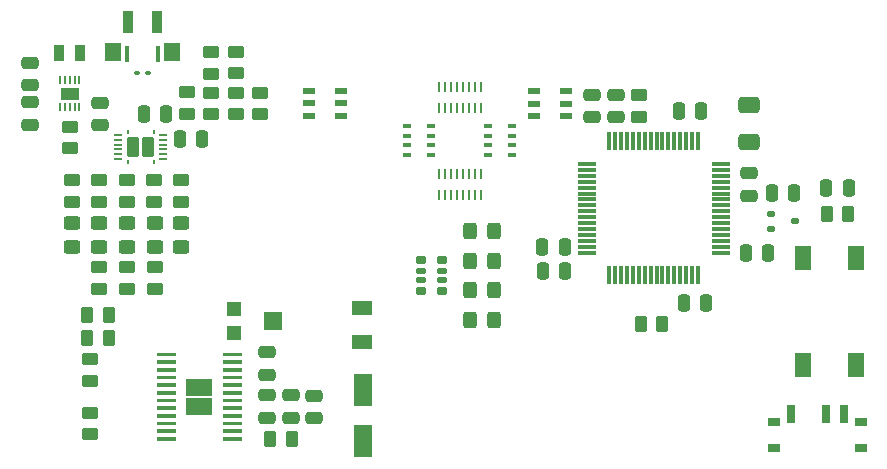
<source format=gbr>
%TF.GenerationSoftware,KiCad,Pcbnew,8.0.8*%
%TF.CreationDate,2025-03-15T04:19:24-04:00*%
%TF.ProjectId,tuner time,74756e65-7220-4746-996d-652e6b696361,rev?*%
%TF.SameCoordinates,Original*%
%TF.FileFunction,Paste,Top*%
%TF.FilePolarity,Positive*%
%FSLAX46Y46*%
G04 Gerber Fmt 4.6, Leading zero omitted, Abs format (unit mm)*
G04 Created by KiCad (PCBNEW 8.0.8) date 2025-03-15 04:19:24*
%MOMM*%
%LPD*%
G01*
G04 APERTURE LIST*
G04 Aperture macros list*
%AMRoundRect*
0 Rectangle with rounded corners*
0 $1 Rounding radius*
0 $2 $3 $4 $5 $6 $7 $8 $9 X,Y pos of 4 corners*
0 Add a 4 corners polygon primitive as box body*
4,1,4,$2,$3,$4,$5,$6,$7,$8,$9,$2,$3,0*
0 Add four circle primitives for the rounded corners*
1,1,$1+$1,$2,$3*
1,1,$1+$1,$4,$5*
1,1,$1+$1,$6,$7*
1,1,$1+$1,$8,$9*
0 Add four rect primitives between the rounded corners*
20,1,$1+$1,$2,$3,$4,$5,0*
20,1,$1+$1,$4,$5,$6,$7,0*
20,1,$1+$1,$6,$7,$8,$9,0*
20,1,$1+$1,$8,$9,$2,$3,0*%
%AMFreePoly0*
4,1,21,-0.300000,0.050000,-0.296194,0.069134,-0.285355,0.085355,-0.269134,0.096194,-0.250000,0.100000,0.250000,0.100000,0.269134,0.096194,0.285355,0.085355,0.296194,0.069134,0.300000,0.050000,0.300000,-0.050000,0.296194,-0.069134,0.285355,-0.085355,0.269134,-0.096194,0.250000,-0.100000,-0.250000,-0.100000,-0.269134,-0.096194,-0.285355,-0.085355,-0.296194,-0.069134,-0.300000,-0.050000,
-0.300000,0.050000,-0.300000,0.050000,$1*%
G04 Aperture macros list end*
%ADD10C,0.000000*%
%ADD11R,0.901700X1.397000*%
%ADD12RoundRect,0.075000X0.700000X0.075000X-0.700000X0.075000X-0.700000X-0.075000X0.700000X-0.075000X0*%
%ADD13RoundRect,0.075000X0.075000X0.700000X-0.075000X0.700000X-0.075000X-0.700000X0.075000X-0.700000X0*%
%ADD14R,1.003300X0.558800*%
%ADD15RoundRect,0.050000X0.050000X0.137500X-0.050000X0.137500X-0.050000X-0.137500X0.050000X-0.137500X0*%
%ADD16RoundRect,0.270000X0.270000X0.605000X-0.270000X0.605000X-0.270000X-0.605000X0.270000X-0.605000X0*%
%ADD17FreePoly0,180.000000*%
%ADD18R,1.600200X0.990600*%
%ADD19R,0.203200X0.660400*%
%ADD20R,1.400000X2.100000*%
%ADD21RoundRect,0.250000X0.262500X0.450000X-0.262500X0.450000X-0.262500X-0.450000X0.262500X-0.450000X0*%
%ADD22R,0.457200X1.371600*%
%ADD23R,1.422400X1.549400*%
%ADD24R,0.889000X1.905000*%
%ADD25R,1.778000X1.270000*%
%ADD26RoundRect,0.250000X-0.325000X-0.450000X0.325000X-0.450000X0.325000X0.450000X-0.325000X0.450000X0*%
%ADD27RoundRect,0.250000X-0.450000X0.325000X-0.450000X-0.325000X0.450000X-0.325000X0.450000X0.325000X0*%
%ADD28R,1.600000X2.800000*%
%ADD29R,0.635000X0.406400*%
%ADD30RoundRect,0.250000X0.250000X0.475000X-0.250000X0.475000X-0.250000X-0.475000X0.250000X-0.475000X0*%
%ADD31RoundRect,0.250000X-0.450000X0.262500X-0.450000X-0.262500X0.450000X-0.262500X0.450000X0.262500X0*%
%ADD32RoundRect,0.250000X0.450000X-0.262500X0.450000X0.262500X-0.450000X0.262500X-0.450000X-0.262500X0*%
%ADD33RoundRect,0.250000X0.475000X-0.250000X0.475000X0.250000X-0.475000X0.250000X-0.475000X-0.250000X0*%
%ADD34RoundRect,0.250000X-0.475000X0.250000X-0.475000X-0.250000X0.475000X-0.250000X0.475000X0.250000X0*%
%ADD35RoundRect,0.250000X-0.250000X-0.475000X0.250000X-0.475000X0.250000X0.475000X-0.250000X0.475000X0*%
%ADD36RoundRect,0.250000X0.650000X-0.412500X0.650000X0.412500X-0.650000X0.412500X-0.650000X-0.412500X0*%
%ADD37RoundRect,0.112500X-0.237500X0.112500X-0.237500X-0.112500X0.237500X-0.112500X0.237500X0.112500X0*%
%ADD38RoundRect,0.075000X0.175000X0.075000X-0.175000X0.075000X-0.175000X-0.075000X0.175000X-0.075000X0*%
%ADD39RoundRect,0.050000X-0.050000X0.370000X-0.050000X-0.370000X0.050000X-0.370000X0.050000X0.370000X0*%
%ADD40RoundRect,0.250000X-0.262500X-0.450000X0.262500X-0.450000X0.262500X0.450000X-0.262500X0.450000X0*%
%ADD41RoundRect,0.050000X0.050000X-0.370000X0.050000X0.370000X-0.050000X0.370000X-0.050000X-0.370000X0*%
%ADD42RoundRect,0.170000X0.295000X0.170000X-0.295000X0.170000X-0.295000X-0.170000X0.295000X-0.170000X0*%
%ADD43RoundRect,0.120000X0.345000X0.120000X-0.345000X0.120000X-0.345000X-0.120000X0.345000X-0.120000X0*%
%ADD44R,1.200000X1.200000*%
%ADD45R,1.500000X1.600000*%
%ADD46R,1.000000X0.800000*%
%ADD47R,0.700000X1.500000*%
G04 APERTURE END LIST*
D10*
%TO.C,U5*%
G36*
X165375001Y-130250001D02*
G01*
X163775000Y-130250001D01*
X163775000Y-129949999D01*
X165375001Y-129949999D01*
X165375001Y-130250001D01*
G37*
G36*
X165375001Y-130899999D02*
G01*
X163775000Y-130899999D01*
X163775000Y-130600000D01*
X165375001Y-130600000D01*
X165375001Y-130899999D01*
G37*
G36*
X165375001Y-131550000D02*
G01*
X163775000Y-131550000D01*
X163775000Y-131249998D01*
X165375001Y-131249998D01*
X165375001Y-131550000D01*
G37*
G36*
X165375001Y-132199999D02*
G01*
X163775000Y-132199999D01*
X163775000Y-131900000D01*
X165375001Y-131900000D01*
X165375001Y-132199999D01*
G37*
G36*
X165375001Y-132850000D02*
G01*
X163775000Y-132850000D01*
X163775000Y-132549998D01*
X165375001Y-132549998D01*
X165375001Y-132850000D01*
G37*
G36*
X165375001Y-133499999D02*
G01*
X163775000Y-133499999D01*
X163775000Y-133200000D01*
X165375001Y-133200000D01*
X165375001Y-133499999D01*
G37*
G36*
X165375001Y-134150000D02*
G01*
X163775000Y-134150000D01*
X163775000Y-133849998D01*
X165375001Y-133849998D01*
X165375001Y-134150000D01*
G37*
G36*
X165375001Y-134799999D02*
G01*
X163775000Y-134799999D01*
X163775000Y-134500000D01*
X165375001Y-134500000D01*
X165375001Y-134799999D01*
G37*
G36*
X165375001Y-135450000D02*
G01*
X163775000Y-135450000D01*
X163775000Y-135149998D01*
X165375001Y-135149998D01*
X165375001Y-135450000D01*
G37*
G36*
X165375001Y-136099999D02*
G01*
X163775000Y-136099999D01*
X163775000Y-135800000D01*
X165375001Y-135800000D01*
X165375001Y-136099999D01*
G37*
G36*
X165375001Y-136750000D02*
G01*
X163775000Y-136750000D01*
X163775000Y-136449998D01*
X165375001Y-136449998D01*
X165375001Y-136750000D01*
G37*
G36*
X165375001Y-137399999D02*
G01*
X163775000Y-137399999D01*
X163775000Y-137099999D01*
X165375001Y-137099999D01*
X165375001Y-137399999D01*
G37*
G36*
X168475000Y-133575000D02*
G01*
X166275000Y-133575000D01*
X166275000Y-132134999D01*
X168475000Y-132134999D01*
X168475000Y-133575000D01*
G37*
G36*
X168475000Y-135215001D02*
G01*
X166275000Y-135215001D01*
X166275000Y-133775000D01*
X168475000Y-133775000D01*
X168475000Y-135215001D01*
G37*
G36*
X170975000Y-130250001D02*
G01*
X169374999Y-130250001D01*
X169374999Y-129950001D01*
X170975000Y-129950001D01*
X170975000Y-130250001D01*
G37*
G36*
X170975000Y-130900002D02*
G01*
X169374999Y-130900002D01*
X169374999Y-130600000D01*
X170975000Y-130600000D01*
X170975000Y-130900002D01*
G37*
G36*
X170975000Y-131550000D02*
G01*
X169374999Y-131550000D01*
X169374999Y-131250001D01*
X170975000Y-131250001D01*
X170975000Y-131550000D01*
G37*
G36*
X170975000Y-132200002D02*
G01*
X169374999Y-132200002D01*
X169374999Y-131900000D01*
X170975000Y-131900000D01*
X170975000Y-132200002D01*
G37*
G36*
X170975000Y-132850000D02*
G01*
X169374999Y-132850000D01*
X169374999Y-132550001D01*
X170975000Y-132550001D01*
X170975000Y-132850000D01*
G37*
G36*
X170975000Y-133500002D02*
G01*
X169374999Y-133500002D01*
X169374999Y-133200000D01*
X170975000Y-133200000D01*
X170975000Y-133500002D01*
G37*
G36*
X170975000Y-134150000D02*
G01*
X169374999Y-134150000D01*
X169374999Y-133850001D01*
X170975000Y-133850001D01*
X170975000Y-134150000D01*
G37*
G36*
X170975000Y-134800002D02*
G01*
X169374999Y-134800002D01*
X169374999Y-134500000D01*
X170975000Y-134500000D01*
X170975000Y-134800002D01*
G37*
G36*
X170975000Y-135450000D02*
G01*
X169374999Y-135450000D01*
X169374999Y-135150001D01*
X170975000Y-135150001D01*
X170975000Y-135450000D01*
G37*
G36*
X170975000Y-136100002D02*
G01*
X169374999Y-136100002D01*
X169374999Y-135800000D01*
X170975000Y-135800000D01*
X170975000Y-136100002D01*
G37*
G36*
X170975000Y-136750000D02*
G01*
X169374999Y-136750000D01*
X169374999Y-136450001D01*
X170975000Y-136450001D01*
X170975000Y-136750000D01*
G37*
G36*
X170975000Y-137400001D02*
G01*
X169374999Y-137400001D01*
X169374999Y-137099999D01*
X170975000Y-137099999D01*
X170975000Y-137400001D01*
G37*
%TD*%
D11*
%TO.C,F2*%
X155529650Y-104600000D03*
X157320350Y-104600000D03*
%TD*%
D12*
%TO.C,U7*%
X211525000Y-121475000D03*
X211525000Y-120975000D03*
X211525000Y-120475000D03*
X211525000Y-119975000D03*
X211525000Y-119475000D03*
X211525000Y-118975000D03*
X211525000Y-118475000D03*
X211525000Y-117975000D03*
X211525000Y-117475000D03*
X211525000Y-116975000D03*
X211525000Y-116475000D03*
X211525000Y-115975000D03*
X211525000Y-115475000D03*
X211525000Y-114975000D03*
X211525000Y-114475000D03*
X211525000Y-113975000D03*
D13*
X209600000Y-112050000D03*
X209100000Y-112050000D03*
X208600000Y-112050000D03*
X208100000Y-112050000D03*
X207600000Y-112050000D03*
X207100000Y-112050000D03*
X206600000Y-112050000D03*
X206100000Y-112050000D03*
X205600000Y-112050000D03*
X205100000Y-112050000D03*
X204600000Y-112050000D03*
X204100000Y-112050000D03*
X203600000Y-112050000D03*
X203100000Y-112050000D03*
X202600000Y-112050000D03*
X202100000Y-112050000D03*
D12*
X200175000Y-113975000D03*
X200175000Y-114475000D03*
X200175000Y-114975000D03*
X200175000Y-115475000D03*
X200175000Y-115975000D03*
X200175000Y-116475000D03*
X200175000Y-116975000D03*
X200175000Y-117475000D03*
X200175000Y-117975000D03*
X200175000Y-118475000D03*
X200175000Y-118975000D03*
X200175000Y-119475000D03*
X200175000Y-119975000D03*
X200175000Y-120475000D03*
X200175000Y-120975000D03*
X200175000Y-121475000D03*
D13*
X202100000Y-123400000D03*
X202600000Y-123400000D03*
X203100000Y-123400000D03*
X203600000Y-123400000D03*
X204100000Y-123400000D03*
X204600000Y-123400000D03*
X205100000Y-123400000D03*
X205600000Y-123400000D03*
X206100000Y-123400000D03*
X206600000Y-123400000D03*
X207100000Y-123400000D03*
X207600000Y-123400000D03*
X208100000Y-123400000D03*
X208600000Y-123400000D03*
X209100000Y-123400000D03*
X209600000Y-123400000D03*
%TD*%
D14*
%TO.C,U4*%
X198402550Y-109925000D03*
X198402550Y-108875000D03*
X198402550Y-107825000D03*
X195697450Y-107825000D03*
X195697450Y-108875000D03*
X195697450Y-109925000D03*
%TD*%
%TO.C,U3*%
X179377550Y-109900000D03*
X179377550Y-108850000D03*
X179377550Y-107800000D03*
X176672450Y-107800000D03*
X176672450Y-108850000D03*
X176672450Y-109900000D03*
%TD*%
D15*
%TO.C,U2*%
X163557500Y-113792500D03*
X163557500Y-111267500D03*
D16*
X163072500Y-112530000D03*
X161792500Y-112530000D03*
D15*
X161307500Y-113792500D03*
X161307500Y-111267500D03*
D17*
X164332500Y-113530000D03*
X164332500Y-113130000D03*
X164332500Y-112730000D03*
X164332500Y-112330000D03*
X164332500Y-111930000D03*
X164332500Y-111530000D03*
X160532500Y-111530000D03*
X160532500Y-111930000D03*
X160532500Y-112330000D03*
X160532500Y-112730000D03*
X160532500Y-113130000D03*
X160532500Y-113530000D03*
%TD*%
D18*
%TO.C,U1*%
X156424975Y-108024975D03*
D19*
X155624875Y-106894675D03*
X156024925Y-106894675D03*
X156424975Y-106894675D03*
X156825025Y-106894675D03*
X157225075Y-106894675D03*
X157225075Y-109155275D03*
X156825025Y-109155275D03*
X156424975Y-109155275D03*
X156024925Y-109155275D03*
X155624875Y-109155275D03*
%TD*%
D20*
%TO.C,SW8*%
X218475000Y-131025000D03*
X222975000Y-131025000D03*
X218475000Y-121925000D03*
X222975000Y-121925000D03*
%TD*%
D21*
%TO.C,R20*%
X206600000Y-127500000D03*
X204775000Y-127500000D03*
%TD*%
D22*
%TO.C,J11*%
X161275000Y-104618500D03*
X163875000Y-104618500D03*
D23*
X165037499Y-104529600D03*
X160112501Y-104529600D03*
D24*
X163762500Y-101954299D03*
X161387500Y-101954299D03*
%TD*%
D25*
%TO.C,F1*%
X181200000Y-126177600D03*
X181200000Y-129022400D03*
%TD*%
D26*
%TO.C,D9*%
X190305000Y-127175000D03*
X192355000Y-127175000D03*
%TD*%
%TO.C,D8*%
X190305000Y-124675000D03*
X192355000Y-124675000D03*
%TD*%
%TO.C,D7*%
X190305000Y-122175000D03*
X192355000Y-122175000D03*
%TD*%
%TO.C,D6*%
X190305000Y-119675000D03*
X192355000Y-119675000D03*
%TD*%
D27*
%TO.C,D5*%
X156565625Y-118987500D03*
X156565625Y-121037500D03*
%TD*%
%TO.C,D4*%
X158879218Y-118987500D03*
X158879218Y-121037500D03*
%TD*%
%TO.C,D3*%
X161300000Y-118987500D03*
X161300000Y-121037500D03*
%TD*%
%TO.C,D2*%
X165850000Y-118987500D03*
X165850000Y-121037500D03*
%TD*%
%TO.C,D1*%
X163600000Y-118987500D03*
X163600000Y-121037500D03*
%TD*%
D28*
%TO.C,C10*%
X181224999Y-133150002D03*
X181224999Y-137450002D03*
%TD*%
D29*
%TO.C,C7*%
X191834000Y-110791803D03*
X191834000Y-111591804D03*
X191834000Y-112391802D03*
X191834000Y-113191803D03*
X193866000Y-113191803D03*
X193866000Y-112391802D03*
X193866000Y-111591804D03*
X193866000Y-110791803D03*
%TD*%
%TO.C,C6*%
X185009000Y-110775000D03*
X185009000Y-111575001D03*
X185009000Y-112374999D03*
X185009000Y-113175000D03*
X187041000Y-113175000D03*
X187041000Y-112374999D03*
X187041000Y-111575001D03*
X187041000Y-110775000D03*
%TD*%
D30*
%TO.C,C22*%
X210325000Y-125725000D03*
X208425000Y-125725000D03*
%TD*%
D31*
%TO.C,R7*%
X172500000Y-107950000D03*
X172500000Y-109775000D03*
%TD*%
D32*
%TO.C,R3*%
X161255000Y-117150000D03*
X161255000Y-115325000D03*
%TD*%
D33*
%TO.C,C1*%
X153024975Y-110649975D03*
X153024975Y-108749975D03*
%TD*%
D31*
%TO.C,R1*%
X163581096Y-115325000D03*
X163581096Y-117150000D03*
%TD*%
D21*
%TO.C,R15*%
X159737499Y-126750002D03*
X157912499Y-126750002D03*
%TD*%
D34*
%TO.C,C20*%
X213925000Y-114775000D03*
X213925000Y-116675000D03*
%TD*%
%TO.C,C12*%
X175169665Y-133549998D03*
X175169665Y-135449998D03*
%TD*%
D31*
%TO.C,R18*%
X158119666Y-135037498D03*
X158119666Y-136862498D03*
%TD*%
D35*
%TO.C,C16*%
X215850000Y-116450000D03*
X217750000Y-116450000D03*
%TD*%
D32*
%TO.C,R19*%
X158094666Y-132312498D03*
X158094666Y-130487498D03*
%TD*%
D30*
%TO.C,C15*%
X222375000Y-115975000D03*
X220475000Y-115975000D03*
%TD*%
D21*
%TO.C,R16*%
X159712499Y-128725002D03*
X157887499Y-128725002D03*
%TD*%
D31*
%TO.C,R2*%
X165857189Y-115325000D03*
X165857189Y-117150000D03*
%TD*%
%TO.C,R24*%
X163600000Y-122712500D03*
X163600000Y-124537500D03*
%TD*%
%TO.C,R17*%
X161300000Y-122712500D03*
X161300000Y-124537500D03*
%TD*%
D34*
%TO.C,C8*%
X173150000Y-133549998D03*
X173150000Y-135449998D03*
%TD*%
D33*
%TO.C,C21*%
X202652500Y-110025000D03*
X202652500Y-108125000D03*
%TD*%
D36*
%TO.C,C25*%
X213925000Y-112125000D03*
X213925000Y-109000000D03*
%TD*%
D31*
%TO.C,R6*%
X170450000Y-107950000D03*
X170450000Y-109775000D03*
%TD*%
D35*
%TO.C,C4*%
X165732500Y-111892500D03*
X167632500Y-111892500D03*
%TD*%
D34*
%TO.C,C11*%
X177124999Y-133575000D03*
X177124999Y-135475000D03*
%TD*%
D31*
%TO.C,R5*%
X156625000Y-115325000D03*
X156625000Y-117150000D03*
%TD*%
D37*
%TO.C,U6*%
X215825000Y-118175000D03*
X215825000Y-119475000D03*
X217825000Y-118825000D03*
%TD*%
D38*
%TO.C,U8*%
X163075000Y-106250000D03*
X162075000Y-106250000D03*
%TD*%
D30*
%TO.C,C23*%
X198325000Y-120975000D03*
X196425000Y-120975000D03*
%TD*%
%TO.C,C18*%
X198350000Y-123050000D03*
X196450000Y-123050000D03*
%TD*%
D31*
%TO.C,R4*%
X158912500Y-115325000D03*
X158912500Y-117150000D03*
%TD*%
D39*
%TO.C,RN2*%
X191200000Y-114780000D03*
X190700000Y-114780000D03*
X190200000Y-114780000D03*
X189700000Y-114780000D03*
X189200000Y-114780000D03*
X188700000Y-114780000D03*
X188200000Y-114780000D03*
X187700000Y-114780000D03*
X187700000Y-116570000D03*
X188200000Y-116570000D03*
X188700000Y-116570000D03*
X189200000Y-116570000D03*
X189700000Y-116570000D03*
X190200000Y-116570000D03*
X190700000Y-116570000D03*
X191200000Y-116570000D03*
%TD*%
D32*
%TO.C,R9*%
X166350000Y-109725000D03*
X166350000Y-107900000D03*
%TD*%
D21*
%TO.C,R13*%
X175212499Y-137225002D03*
X173387499Y-137225002D03*
%TD*%
D31*
%TO.C,R10*%
X168400000Y-104487500D03*
X168400000Y-106312500D03*
%TD*%
%TO.C,R11*%
X168400000Y-107925000D03*
X168400000Y-109750000D03*
%TD*%
D35*
%TO.C,C24*%
X208000000Y-109525000D03*
X209900000Y-109525000D03*
%TD*%
D40*
%TO.C,R23*%
X220512500Y-118175000D03*
X222337500Y-118175000D03*
%TD*%
D41*
%TO.C,RN1*%
X187700000Y-109270000D03*
X188200000Y-109270000D03*
X188700000Y-109270000D03*
X189200000Y-109270000D03*
X189700000Y-109270000D03*
X190200000Y-109270000D03*
X190700000Y-109270000D03*
X191200000Y-109270000D03*
X191200000Y-107480000D03*
X190700000Y-107480000D03*
X190200000Y-107480000D03*
X189700000Y-107480000D03*
X189200000Y-107480000D03*
X188700000Y-107480000D03*
X188200000Y-107480000D03*
X187700000Y-107480000D03*
%TD*%
D42*
%TO.C,RN3*%
X187900000Y-124725000D03*
D43*
X187900000Y-123825000D03*
X187900000Y-123025000D03*
D42*
X187900000Y-122125000D03*
X186160000Y-122125000D03*
D43*
X186160000Y-123025000D03*
X186160000Y-123825000D03*
D42*
X186160000Y-124725000D03*
%TD*%
D33*
%TO.C,C3*%
X158975000Y-110700000D03*
X158975000Y-108800000D03*
%TD*%
D32*
%TO.C,R22*%
X204650000Y-109987500D03*
X204650000Y-108162500D03*
%TD*%
%TO.C,R14*%
X158900000Y-124537500D03*
X158900000Y-122712500D03*
%TD*%
%TO.C,R8*%
X156475000Y-112637500D03*
X156475000Y-110812500D03*
%TD*%
D33*
%TO.C,C9*%
X173150000Y-131825000D03*
X173150000Y-129925000D03*
%TD*%
%TO.C,C5*%
X153024975Y-107324975D03*
X153024975Y-105424975D03*
%TD*%
D35*
%TO.C,C2*%
X162675000Y-109775000D03*
X164575000Y-109775000D03*
%TD*%
D44*
%TO.C,RV1*%
X170350000Y-126250000D03*
D45*
X173600000Y-127250000D03*
D44*
X170350000Y-128250000D03*
%TD*%
D35*
%TO.C,C17*%
X213650000Y-121475000D03*
X215550000Y-121475000D03*
%TD*%
D31*
%TO.C,R12*%
X170450000Y-104462500D03*
X170450000Y-106287500D03*
%TD*%
D33*
%TO.C,C19*%
X200625000Y-110025000D03*
X200625000Y-108125000D03*
%TD*%
D46*
%TO.C,SW9*%
X216075000Y-135820000D03*
X216075000Y-138030000D03*
X223375000Y-135820000D03*
X223375000Y-138030000D03*
D47*
X217475000Y-135170000D03*
X220475000Y-135170000D03*
X221975000Y-135170000D03*
%TD*%
M02*

</source>
